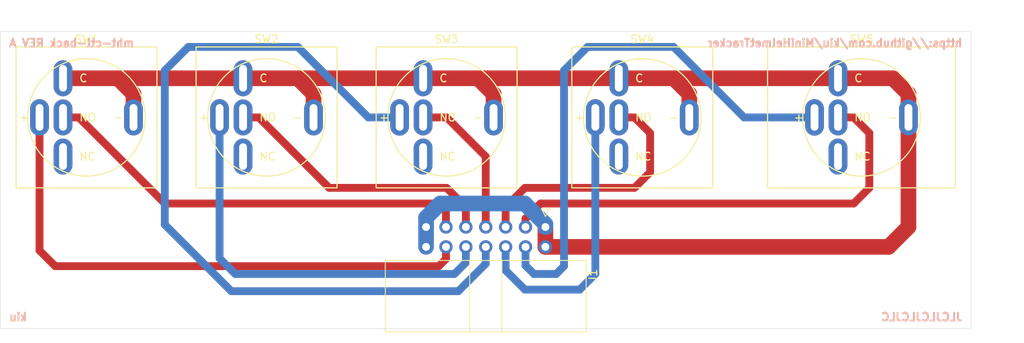
<source format=kicad_pcb>
(kicad_pcb (version 20211014) (generator pcbnew)
  (layers (0 "F.Cu" signal) (31 "B.Cu" signal) (34 "B.Paste" user) (35 "F.Paste" user) (36 "B.SilkS" user "B.Silkscreen") (37 "F.SilkS" user "F.Silkscreen") (38 "B.Mask" user) (39 "F.Mask" user) (44 "Edge.Cuts" user))
  (net 0 "")
  (net 1 "BTN_01_SW")
  (net 2 "BTN_01_LED")
  (net 3 "BTN_02_SW")
  (net 4 "BTN_02_LED")
  (net 5 "BTN_03_SW")
  (net 6 "BTN_03_LED")
  (net 7 "BTN_04_SW")
  (net 8 "BTN_04_LED")
  (net 9 "BTN_05_SW")
  (net 10 "BTN_05_LED")
  (net 11 "GND")
  (footprint "kiu-footprints:PushButtonLED18" (layer "F.Cu") (at 162 103)
    (fp_text reference "SW4" (at 0 -10 unlocked) (layer "F.SilkS"))
    (fp_text value "PushButtonLED")
    (fp_text user "NO" (at -1 0 unlocked) (layer "F.SilkS") (effects (justify left)))
    (fp_text user "-" (at 4 0 unlocked) (layer "F.SilkS"))
    (fp_text user "NC" (at -1 5 unlocked) (layer "F.SilkS") (effects (justify left)))
    (fp_text user "+" (at -8 0 unlocked) (layer "F.SilkS"))
    (fp_text user "C" (at -1 -5 unlocked) (layer "F.SilkS") (effects (justify left)))
    (fp_rect (start -9 -9) (end 9 9) (layer "F.SilkS") (width 0.15) (fill none))
    (fp_circle (center 0 0) (end 7.5 0) (layer "F.SilkS") (width 0.15) (fill none))
    (pad "1" thru_hole oval (at -3 -5 90) (size 4.6 2.4) (drill oval 3.4 1) (layers *.Cu *.Mask) (net 11 "GND"))
    (pad "2" thru_hole oval (at -3 0 90) (size 4.6 2.4) (drill oval 3.4 1) (layers *.Cu *.Mask) (net 7 "BTN_04_SW"))
    (pad "3" thru_hole oval (at -3 5 90) (size 4.6 2.4) (drill oval 3.4 1) (layers *.Cu *.Mask))
    (pad "4" thru_hole oval (at -6 0 90) (size 4.66 2.4) (drill oval 3.4 1) (layers *.Cu *.Mask) (net 8 "BTN_04_LED"))
    (pad "5" thru_hole oval (at 6 0 90) (size 4.6 2.4) (drill oval 3.4 1) (layers *.Cu *.Mask) (net 11 "GND"))
  )
  (footprint "kiu-footprints:PushButtonLED24" (layer "F.Cu") (at 190 103)
    (fp_text reference "SW5" (at 0 -10 unlocked) (layer "F.SilkS"))
    (fp_text value "PushButtonLED")
    (fp_text user "C" (at -1 -5 unlocked) (layer "F.SilkS") (effects (justify left)))
    (fp_text user "-" (at 4 0 unlocked) (layer "F.SilkS"))
    (fp_text user "NO" (at -1 0 unlocked) (layer "F.SilkS") (effects (justify left)))
    (fp_text user "NC" (at -1 5 unlocked) (layer "F.SilkS") (effects (justify left)))
    (fp_text user "+" (at -8 0 unlocked) (layer "F.SilkS"))
    (fp_rect (start -12 -9) (end 12 9) (layer "F.SilkS") (width 0.15) (fill none))
    (fp_circle (center 0 0) (end 7.5 0) (layer "F.SilkS") (width 0.15) (fill none))
    (pad "1" thru_hole oval (at -3 -5 90) (size 4.6 2.4) (drill oval 3.4 1) (layers *.Cu *.Mask) (net 11 "GND"))
    (pad "2" thru_hole oval (at -3 0 90) (size 4.6 2.4) (drill oval 3.4 1) (layers *.Cu *.Mask) (net 9 "BTN_05_SW"))
    (pad "3" thru_hole oval (at -3 5 90) (size 4.6 2.4) (drill oval 3.4 1) (layers *.Cu *.Mask))
    (pad "4" thru_hole oval (at -6 0 90) (size 4.66 2.4) (drill oval 3.4 1) (layers *.Cu *.Mask) (net 10 "BTN_05_LED"))
    (pad "5" thru_hole oval (at 6 0 90) (size 4.6 2.4) (drill oval 3.4 1) (layers *.Cu *.Mask) (net 11 "GND"))
  )
  (footprint "kiu-footprints:PushButtonLED18" (layer "F.Cu") (at 114 103)
    (fp_text reference "SW2" (at 0 -10 unlocked) (layer "F.SilkS"))
    (fp_text value "PushButtonLED")
    (fp_text user "+" (at -8 0 unlocked) (layer "F.SilkS"))
    (fp_text user "C" (at -1 -5 unlocked) (layer "F.SilkS") (effects (justify left)))
    (fp_text user "NO" (at -1 0 unlocked) (layer "F.SilkS") (effects (justify left)))
    (fp_text user "-" (at 4 0 unlocked) (layer "F.SilkS"))
    (fp_text user "NC" (at -1 5 unlocked) (layer "F.SilkS") (effects (justify left)))
    (fp_rect (start -9 -9) (end 9 9) (layer "F.SilkS") (width 0.15) (fill none))
    (fp_circle (center 0 0) (end 7.5 0) (layer "F.SilkS") (width 0.15) (fill none))
    (pad "1" thru_hole oval (at -3 -5 90) (size 4.6 2.4) (drill oval 3.4 1) (layers *.Cu *.Mask) (net 11 "GND"))
    (pad "2" thru_hole oval (at -3 0 90) (size 4.6 2.4) (drill oval 3.4 1) (layers *.Cu *.Mask) (net 3 "BTN_02_SW"))
    (pad "3" thru_hole oval (at -3 5 90) (size 4.6 2.4) (drill oval 3.4 1) (layers *.Cu *.Mask))
    (pad "4" thru_hole oval (at -6 0 90) (size 4.66 2.4) (drill oval 3.4 1) (layers *.Cu *.Mask) (net 4 "BTN_02_LED"))
    (pad "5" thru_hole oval (at 6 0 90) (size 4.6 2.4) (drill oval 3.4 1) (layers *.Cu *.Mask) (net 11 "GND"))
  )
  (footprint "kiu-footprints:PushButtonLED18" (layer "F.Cu") (at 91 103)
    (fp_text reference "SW1" (at 0 -10 unlocked) (layer "F.SilkS"))
    (fp_text value "PushButtonLED")
    (fp_text user "+" (at -8 0 unlocked) (layer "F.SilkS"))
    (fp_text user "NO" (at -1 0 unlocked) (layer "F.SilkS") (effects (justify left)))
    (fp_text user "C" (at -1 -5 unlocked) (layer "F.SilkS") (effects (justify left)))
    (fp_text user "NC" (at -1 5 unlocked) (layer "F.SilkS") (effects (justify left)))
    (fp_text user "-" (at 4 0 unlocked) (layer "F.SilkS"))
    (fp_rect (start -9 -9) (end 9 9) (layer "F.SilkS") (width 0.15) (fill none))
    (fp_circle (center 0 0) (end 7.5 0) (layer "F.SilkS") (width 0.15) (fill none))
    (pad "1" thru_hole oval (at -3 -5 90) (size 4.6 2.4) (drill oval 3.4 1) (layers *.Cu *.Mask) (net 11 "GND"))
    (pad "2" thru_hole oval (at -3 0 90) (size 4.6 2.4) (drill oval 3.4 1) (layers *.Cu *.Mask) (net 1 "BTN_01_SW"))
    (pad "3" thru_hole oval (at -3 5 90) (size 4.6 2.4) (drill oval 3.4 1) (layers *.Cu *.Mask))
    (pad "4" thru_hole oval (at -6 0 90) (size 4.66 2.4) (drill oval 3.4 1) (layers *.Cu *.Mask) (net 2 "BTN_01_LED"))
    (pad "5" thru_hole oval (at 6 0 90) (size 4.6 2.4) (drill oval 3.4 1) (layers *.Cu *.Mask) (net 11 "GND"))
  )
  (footprint "kiu-footprints:PushButtonLED18" (layer "F.Cu") (at 137 103)
    (fp_text reference "SW3" (at 0 -10 unlocked) (layer "F.SilkS"))
    (fp_text value "PushButtonLED")
    (fp_text user "NO" (at -1 0 unlocked) (layer "F.SilkS") (effects (justify left)))
    (fp_text user "+" (at -8 0 unlocked) (layer "F.SilkS"))
    (fp_text user "-" (at 4 0 unlocked) (layer "F.SilkS"))
    (fp_text user "C" (at -1 -5 unlocked) (layer "F.SilkS") (effects (justify left)))
    (fp_text user "NC" (at -1 5 unlocked) (layer "F.SilkS") (effects (justify left)))
    (fp_rect (start -9 -9) (end 9 9) (layer "F.SilkS") (width 0.15) (fill none))
    (fp_circle (center 0 0) (end 7.5 0) (layer "F.SilkS") (width 0.15) (fill none))
    (pad "1" thru_hole oval (at -3 -5 90) (size 4.6 2.4) (drill oval 3.4 1) (layers *.Cu *.Mask) (net 11 "GND"))
    (pad "2" thru_hole oval (at -3 0 90) (size 4.6 2.4) (drill oval 3.4 1) (layers *.Cu *.Mask) (net 5 "BTN_03_SW"))
    (pad "3" thru_hole oval (at -3 5 90) (size 4.6 2.4) (drill oval 3.4 1) (layers *.Cu *.Mask))
    (pad "4" thru_hole oval (at -6 0 90) (size 4.66 2.4) (drill oval 3.4 1) (layers *.Cu *.Mask) (net 6 "BTN_03_LED"))
    (pad "5" thru_hole oval (at 6 0 90) (size 4.6 2.4) (drill oval 3.4 1) (layers *.Cu *.Mask) (net 11 "GND"))
  )
  (footprint "Connector_IDC:IDC-Header_2x07_P2.54mm_Horizontal" (layer "F.Cu") (at 149.62 117 -90)
    (fp_text reference "J1" (at 6.215 -6.1 90) (layer "F.SilkS"))
    (fp_text value "Conn_02x07_Odd_Even")
    (fp_line (start 4.27 9.67) (end 13.39 9.67) (layer "F.SilkS") (width 0.12))
    (fp_line (start 13.39 -5.21) (end 13.39 20.45) (layer "F.SilkS") (width 0.12))
    (fp_line (start 4.27 20.45) (end 4.27 -5.21) (layer "F.SilkS") (width 0.12))
    (fp_line (start 13.39 20.45) (end 4.27 20.45) (layer "F.SilkS") (width 0.12))
    (fp_line (start 4.27 5.57) (end 13.39 5.57) (layer "F.SilkS") (width 0.12))
    (fp_line (start -2.35 0.5) (end -1.35 0) (layer "F.SilkS") (width 0.12))
    (fp_line (start -2.35 -0.5) (end -2.35 0.5) (layer "F.SilkS") (width 0.12))
    (fp_line (start -1.35 0) (end -2.35 -0.5) (layer "F.SilkS") (width 0.12))
    (fp_line (start 4.27 -5.21) (end 13.39 -5.21) (layer "F.SilkS") (width 0.12))
    (pad "1" thru_hole roundrect locked (at 0 0 270) (size 1.7 1.7) (drill 1) (layers *.Cu *.Mask) (roundrect_rratio 0.1470588235) (net 11 "GND"))
    (pad "2" thru_hole circle locked (at 2.54 0 270) (size 1.7 1.7) (drill 1) (layers *.Cu *.Mask) (net 11 "GND"))
    (pad "3" thru_hole circle locked (at 0 2.54 270) (size 1.7 1.7) (drill 1) (layers *.Cu *.Mask) (net 9 "BTN_05_SW"))
    (pad "4" thru_hole circle locked (at 2.54 2.54 270) (size 1.7 1.7) (drill 1) (layers *.Cu *.Mask) (net 10 "BTN_05_LED"))
    (pad "5" thru_hole circle locked (at 0 5.08 270) (size 1.7 1.7) (drill 1) (layers *.Cu *.Mask) (net 7 "BTN_04_SW"))
    (pad "6" thru_hole circle locked (at 2.54 5.08 270) (size 1.7 1.7) (drill 1) (layers *.Cu *.Mask) (net 8 "BTN_04_LED"))
    (pad "7" thru_hole circle locked (at 0 7.62 270) (size 1.7 1.7) (drill 1) (layers *.Cu *.Mask) (net 5 "BTN_03_SW"))
    (pad "8" thru_hole circle locked (at 2.54 7.62 270) (size 1.7 1.7) (drill 1) (layers *.Cu *.Mask) (net 6 "BTN_03_LED"))
    (pad "9" thru_hole circle locked (at 0 10.16 270) (size 1.7 1.7) (drill 1) (layers *.Cu *.Mask) (net 3 "BTN_02_SW"))
    (pad "10" thru_hole circle locked (at 2.54 10.16 270) (size 1.7 1.7) (drill 1) (layers *.Cu *.Mask) (net 4 "BTN_02_LED"))
    (pad "11" thru_hole circle locked (at 0 12.7 270) (size 1.7 1.7) (drill 1) (layers *.Cu *.Mask) (net 1 "BTN_01_SW"))
    (pad "12" thru_hole circle locked (at 2.54 12.7 270) (size 1.7 1.7) (drill 1) (layers *.Cu *.Mask) (net 2 "BTN_01_LED"))
    (pad "13" thru_hole circle locked (at 0 15.24 270) (size 1.7 1.7) (drill 1) (layers *.Cu *.Mask) (net 11 "GND"))
    (pad "14" thru_hole circle locked (at 2.54 15.24 270) (size 1.7 1.7) (drill 1) (layers *.Cu *.Mask) (net 11 "GND"))
  )
  (gr_line (start 80 130) (end 204 130) (layer "Edge.Cuts") (width 0.05))
  (gr_line (start 204 92) (end 80 92) (layer "Edge.Cuts") (width 0.05))
  (gr_line (start 80 130) (end 80 92) (layer "Edge.Cuts") (width 0.05))
  (gr_line (start 204 92) (end 204 130) (layer "Edge.Cuts") (width 0.05))
  (gr_text "kiu" (at 81 128.5) (layer "B.SilkS") (effects (font (size 1 1) (thickness 0.25)) (justify right mirror)))
  (gr_text "JLCJLCJLCJLC" (at 203 128.5) (layer "B.SilkS") (effects (font (size 1 1) (thickness 0.25)) (justify left mirror)))
  (gr_text "https://github.com/kiu/MiniHelmetTracker" (at 203 93.5) (layer "B.SilkS") (effects (font (size 1 1) (thickness 0.25)) (justify left mirror)))
  (gr_text "mht-ctl-back REV A" (at 81 93.5) (layer "B.SilkS") (effects (font (size 1 1) (thickness 0.25)) (justify right mirror)))
  (segment (start 136.92 114.92) (end 136.92 117) (width 1) (layer "F.Cu") (net 1))
  (segment (start 136 114) (end 136.92 114.92) (width 1) (layer "F.Cu") (net 1))
  (segment (start 101 114) (end 136 114) (width 1) (layer "F.Cu") (net 1))
  (segment (start 88 103) (end 90 103) (width 1) (layer "F.Cu") (net 1))
  (segment (start 90 103) (end 101 114) (width 1) (layer "F.Cu") (net 1))
  (segment (start 136.92 119.54) (end 136.92 121.08) (width 1) (layer "F.Cu") (net 2))
  (segment (start 85 120) (end 87 122) (width 1) (layer "F.Cu") (net 2))
  (segment (start 136.92 121.08) (end 136 122) (width 1) (layer "F.Cu") (net 2))
  (segment (start 136 122) (end 87 122) (width 1) (layer "F.Cu") (net 2))
  (segment (start 85 120) (end 85 103) (width 1) (layer "F.Cu") (net 2))
  (segment (start 137 112) (end 139.46 114.46) (width 1) (layer "F.Cu") (net 3))
  (segment (start 122 112) (end 137 112) (width 1) (layer "F.Cu") (net 3))
  (segment (start 113 103) (end 122 112) (width 1) (layer "F.Cu") (net 3))
  (segment (start 111 103) (end 113 103) (width 1) (layer "F.Cu") (net 3))
  (segment (start 139.46 114.46) (end 139.46 117) (width 1) (layer "F.Cu") (net 3))
  (segment (start 110 123) (end 108 121) (width 1) (layer "B.Cu") (net 4))
  (segment (start 139.46 119.54) (end 139.46 121.54) (width 1) (layer "B.Cu") (net 4))
  (segment (start 138 123) (end 110 123) (width 1) (layer "B.Cu") (net 4))
  (segment (start 139.46 121.54) (end 138 123) (width 1) (layer "B.Cu") (net 4))
  (segment (start 108 121) (end 108 103) (width 1) (layer "B.Cu") (net 4))
  (segment (start 142 108) (end 142 117) (width 1) (layer "F.Cu") (net 5))
  (segment (start 137 103) (end 142 108) (width 1) (layer "F.Cu") (net 5))
  (segment (start 134 103) (end 137 103) (width 1) (layer "F.Cu") (net 5))
  (segment (start 142 119.54) (end 142 121.696364) (width 1) (layer "B.Cu") (net 6))
  (segment (start 131 103) (end 127 103) (width 1) (layer "B.Cu") (net 6))
  (segment (start 138.496854 125.19951) (end 109.503146 125.19951) (width 1) (layer "B.Cu") (net 6))
  (segment (start 109.503146 125.19951) (end 101 116.696364) (width 1) (layer "B.Cu") (net 6))
  (segment (start 127 103) (end 118 94) (width 1) (layer "B.Cu") (net 6))
  (segment (start 101 97) (end 104 94) (width 1) (layer "B.Cu") (net 6))
  (segment (start 142 121.696364) (end 138.496854 125.19951) (width 1) (layer "B.Cu") (net 6))
  (segment (start 101 116.696364) (end 101 97) (width 1) (layer "B.Cu") (net 6))
  (segment (start 104 94) (end 118 94) (width 1) (layer "B.Cu") (net 6))
  (segment (start 163 110) (end 163 105) (width 1) (layer "F.Cu") (net 7))
  (segment (start 147 112) (end 161 112) (width 1) (layer "F.Cu") (net 7))
  (segment (start 144.54 114.46) (end 147 112) (width 1) (layer "F.Cu") (net 7))
  (segment (start 144.54 117) (end 144.54 114.46) (width 1) (layer "F.Cu") (net 7))
  (segment (start 161 103) (end 159 103) (width 1) (layer "F.Cu") (net 7))
  (segment (start 161 112) (end 163 110) (width 1) (layer "F.Cu") (net 7))
  (segment (start 163 105) (end 161 103) (width 1) (layer "F.Cu") (net 7))
  (segment (start 156 123) (end 156 103) (width 1) (layer "B.Cu") (net 8))
  (segment (start 154 125) (end 156 123) (width 1) (layer "B.Cu") (net 8))
  (segment (start 144.54 119.54) (end 144.54 122.54) (width 1) (layer "B.Cu") (net 8))
  (segment (start 147 125) (end 154 125) (width 1) (layer "B.Cu") (net 8))
  (segment (start 144.54 122.54) (end 147 125) (width 1) (layer "B.Cu") (net 8))
  (segment (start 191 105) (end 189 103) (width 1) (layer "F.Cu") (net 9))
  (segment (start 189 103) (end 187 103) (width 1) (layer "F.Cu") (net 9))
  (segment (start 191 112) (end 191 105) (width 1) (layer "F.Cu") (net 9))
  (segment (start 149 114) (end 189 114) (width 1) (layer "F.Cu") (net 9))
  (segment (start 147.08 117) (end 147.08 115.92) (width 1) (layer "F.Cu") (net 9))
  (segment (start 189 114) (end 191 112) (width 1) (layer "F.Cu") (net 9))
  (segment (start 147.08 115.92) (end 149 114) (width 1) (layer "F.Cu") (net 9))
  (segment (start 148.16 123) (end 151 123) (width 1) (layer "B.Cu") (net 10))
  (segment (start 151 123) (end 152 122) (width 1) (layer "B.Cu") (net 10))
  (segment (start 152 101) (end 152 97) (width 1) (layer "B.Cu") (net 10))
  (segment (start 175 103) (end 166 94) (width 1) (layer "B.Cu") (net 10))
  (segment (start 147.08 121.92) (end 148.16 123) (width 1) (layer "B.Cu") (net 10))
  (segment (start 152 97) (end 155 94) (width 1) (layer "B.Cu") (net 10))
  (segment (start 184 103) (end 175 103) (width 1) (layer "B.Cu") (net 10))
  (segment (start 147.08 119.54) (end 147.08 121.92) (width 1) (layer "B.Cu") (net 10))
  (segment (start 152 122) (end 152 101.213674) (width 1) (layer "B.Cu") (net 10))
  (segment (start 155 94) (end 166 94) (width 1) (layer "B.Cu") (net 10))
  (segment (start 194 98) (end 187 98) (width 2) (layer "F.Cu") (net 11))
  (segment (start 120 100) (end 118 98) (width 2) (layer "F.Cu") (net 11))
  (segment (start 143 103) (end 143 100) (width 2) (layer "F.Cu") (net 11))
  (segment (start 95 98) (end 111 98) (width 2) (layer "F.Cu") (net 11))
  (segment (start 196 100) (end 194 98) (width 2) (layer "F.Cu") (net 11))
  (segment (start 134 98) (end 141 98) (width 2) (layer "F.Cu") (net 11))
  (segment (start 97 100) (end 95 98) (width 2) (layer "F.Cu") (net 11))
  (segment (start 118 98) (end 134 98) (width 2) (layer "F.Cu") (net 11))
  (segment (start 149.62 119.54) (end 149.62 117) (width 2) (layer "F.Cu") (net 11))
  (segment (start 159 98) (end 165 98) (width 2) (layer "F.Cu") (net 11))
  (segment (start 166 98) (end 187 98) (width 2) (layer "F.Cu") (net 11))
  (segment (start 111 98) (end 117 98) (width 2) (layer "F.Cu") (net 11))
  (segment (start 143 100) (end 141 98) (width 2) (layer "F.Cu") (net 11))
  (segment (start 141 98) (end 159 98) (width 2) (layer "F.Cu") (net 11))
  (segment (start 97 103) (end 97 100) (width 2) (layer "F.Cu") (net 11))
  (segment (start 149.62 119.54) (end 193.46 119.54) (width 2) (layer "F.Cu") (net 11))
  (segment (start 168 100) (end 166 98) (width 2) (layer "F.Cu") (net 11))
  (segment (start 88 98) (end 95 98) (width 2) (layer "F.Cu") (net 11))
  (segment (start 117 98) (end 118 98) (width 2) (layer "F.Cu") (net 11))
  (segment (start 165 98) (end 166 98) (width 2) (layer "F.Cu") (net 11))
  (segment (start 168 103) (end 168 100) (width 2) (layer "F.Cu") (net 11))
  (segment (start 120 103) (end 120 100) (width 2) (layer "F.Cu") (net 11))
  (segment (start 196 103) (end 196 100) (width 2) (layer "F.Cu") (net 11))
  (segment (start 193.46 119.54) (end 196 117) (width 2) (layer "F.Cu") (net 11))
  (segment (start 196 117) (end 196 103) (width 2) (layer "F.Cu") (net 11))
  (segment (start 146.978447 114) (end 149.62 116.641553) (width 2) (layer "B.Cu") (net 11))
  (segment (start 134.38 115.797919) (end 136.177919 114) (width 2) (layer "B.Cu") (net 11))
  (segment (start 136.177919 114) (end 146.978447 114) (width 2) (layer "B.Cu") (net 11))
  (segment (start 149.62 116.641553) (end 149.62 117) (width 2) (layer "B.Cu") (net 11))
  (segment (start 134.38 117) (end 134.38 115.797919) (width 2) (layer "B.Cu") (net 11))
  (segment (start 134.38 117) (end 134.38 119.54) (width 2) (layer "B.Cu") (net 11))
)
</source>
